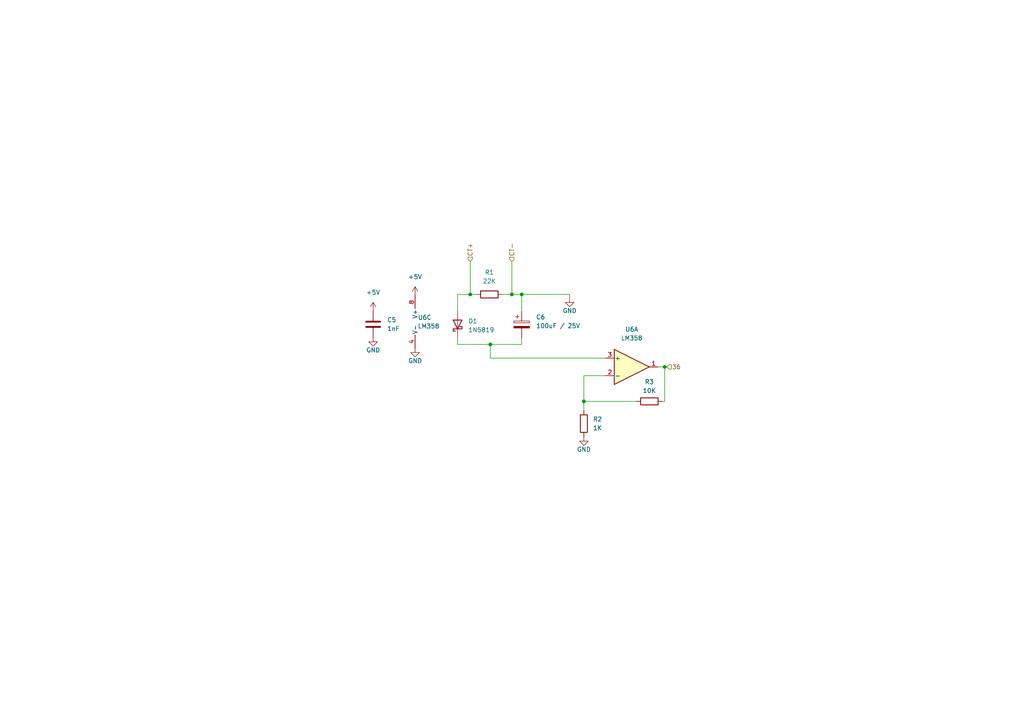
<source format=kicad_sch>
(kicad_sch (version 20211123) (generator eeschema)
  (paper "A4")
  (lib_symbols
    (symbol "Amplifier_Operational:LM358" (pin_names (offset 0.127))
      (property "Reference" "U" (at 0 5.08 0))
      (property "Value" "LM358" (at 0 -5.08 0))
      (symbol "LM358_1_1"
        (polyline (pts (xy -5.08 5.08) (xy 5.08 0) (xy -5.08 -5.08) (xy -5.08 5.08)) (stroke (width 0.254)) (fill (type background)))
        (pin output line (at 7.62 0 180) (length 2.54) (name "~") (number "1"))
        (pin input line (at -7.62 -2.54 0) (length 2.54) (name "-") (number "2"))
        (pin input line (at -7.62 2.54 0) (length 2.54) (name "+") (number "3"))
      )
      (symbol "LM358_2_1"
        (polyline (pts (xy -5.08 5.08) (xy 5.08 0) (xy -5.08 -5.08) (xy -5.08 5.08)) (stroke (width 0.254)) (fill (type background)))
        (pin input line (at -7.62 2.54 0) (length 2.54) (name "+") (number "5"))
        (pin input line (at -7.62 -2.54 0) (length 2.54) (name "-") (number "6"))
        (pin output line (at 7.62 0 180) (length 2.54) (name "~") (number "7"))
      )
      (symbol "LM358_3_1"
        (pin power_in line (at -2.54 -7.62 90) (length 3.81) (name "V-") (number "4"))
        (pin power_in line (at -2.54 7.62 270) (length 3.81) (name "V+") (number "8"))
      )
    )
    (symbol "Device:C" (pin_numbers hide) (pin_names (offset 0.254))
      (property "Reference" "C" (at 0.635 2.54 0))
      (property "Value" "C" (at 0.635 -2.54 0))
      (symbol "C_0_1"
        (polyline (pts (xy -2.032 -0.762) (xy 2.032 -0.762)) (stroke (width 0.508)))
        (polyline (pts (xy -2.032 0.762) (xy 2.032 0.762)) (stroke (width 0.508)))
      )
      (symbol "C_1_1"
        (pin passive line (at 0 3.81 270) (length 2.794) (name "~") (number "1"))
        (pin passive line (at 0 -3.81 90) (length 2.794) (name "~") (number "2"))
      )
    )
    (symbol "Device:C_Polarized" (pin_numbers hide) (pin_names (offset 0.254))
      (property "Reference" "C" (at 0.635 2.54 0))
      (property "Value" "C_Polarized" (at 0.635 -2.54 0))
      (symbol "C_Polarized_0_1"
        (rectangle (start -2.286 0.508) (end 2.286 1.016))
        (polyline (pts (xy -1.778 2.286) (xy -0.762 2.286)))
        (polyline (pts (xy -1.27 2.794) (xy -1.27 1.778)))
        (rectangle (start 2.286 -0.508) (end -2.286 -1.016) (fill (type outline)))
      )
      (symbol "C_Polarized_1_1"
        (pin passive line (at 0 3.81 270) (length 2.794) (name "~") (number "1"))
        (pin passive line (at 0 -3.81 90) (length 2.794) (name "~") (number "2"))
      )
    )
    (symbol "Device:R" (pin_numbers hide) (pin_names (offset 0))
      (property "Reference" "R" (at 2.032 0 90))
      (property "Value" "R" (at 0 0 90))
      (symbol "R_0_1"
        (rectangle (start -1.016 -2.54) (end 1.016 2.54) (stroke (width 0.254)))
      )
      (symbol "R_1_1"
        (pin passive line (at 0 3.81 270) (length 1.27) (name "~") (number "1"))
        (pin passive line (at 0 -3.81 90) (length 1.27) (name "~") (number "2"))
      )
    )
    (symbol "Diode:1N5819" (pin_numbers hide) (pin_names (offset 1.016) hide)
      (property "Reference" "D" (at 0 2.54 0))
      (property "Value" "1N5819" (at 0 -2.54 0))
      (symbol "1N5819_0_1"
        (polyline (pts (xy 1.27 0) (xy -1.27 0)))
        (polyline (pts (xy 1.27 1.27) (xy 1.27 -1.27) (xy -1.27 0) (xy 1.27 1.27)) (stroke (width 0.254)))
        (polyline (pts (xy -1.905 0.635) (xy -1.905 1.27) (xy -1.27 1.27) (xy -1.27 -1.27) (xy -0.635 -1.27) (xy -0.635 -0.635)) (stroke (width 0.254)))
      )
      (symbol "1N5819_1_1"
        (pin passive line (at -3.81 0 0) (length 2.54) (name "K") (number "1"))
        (pin passive line (at 3.81 0 180) (length 2.54) (name "A") (number "2"))
      )
    )
    (symbol "power:+5V" (power) (pin_names (offset 0))
      (property "Value" "+5V" (at 0 3.556 0))
      (symbol "+5V_0_1"
        (polyline (pts (xy -0.762 1.27) (xy 0 2.54)))
        (polyline (pts (xy 0 0) (xy 0 2.54)))
        (polyline (pts (xy 0 2.54) (xy 0.762 1.27)))
      )
      (symbol "+5V_1_1"
        (pin power_in line (at 0 0 90) (length 0) hide (name "+5V") (number "1"))
      )
    )
    (symbol "power:GND" (power) (pin_names (offset 0))
      (property "Value" "GND" (at 0 -3.81 0))
      (symbol "GND_0_1"
        (polyline (pts (xy 0 0) (xy 0 -1.27) (xy 1.27 -1.27) (xy 0 -2.54) (xy -1.27 -1.27) (xy 0 -1.27)))
      )
      (symbol "GND_1_1"
        (pin power_in line (at 0 0 270) (length 0) hide (name "GND") (number "1"))
      )
    )
  )
  (junction (at 148.463 85.3948))
  (junction (at 169.3418 116.4082))
  (junction (at 151.3078 85.3948))
  (junction (at 192.786 106.426))
  (junction (at 142.2146 99.8982))
  (junction (at 136.398 85.3948))
  (wire (pts (xy 151.3078 85.3948) (xy 148.463 85.3948)))
  (wire (pts (xy 151.3078 99.8982) (xy 151.3078 97.9424)))
  (wire (pts (xy 184.531 116.4082) (xy 169.3418 116.4082)))
  (wire (pts (xy 169.3418 116.4082) (xy 169.3418 119.0498)))
  (wire (pts (xy 169.3418 108.966) (xy 169.3418 116.4082)))
  (wire (pts (xy 142.2146 103.886) (xy 142.2146 99.8982)))
  (wire (pts (xy 136.398 85.3948) (xy 138.1252 85.3948)))
  (wire (pts (xy 148.463 75.8698) (xy 148.463 85.3948)))
  (wire (pts (xy 132.715 85.3948) (xy 136.398 85.3948)))
  (wire (pts (xy 132.715 99.8982) (xy 142.2146 99.8982)))
  (wire (pts (xy 165.2016 85.3948) (xy 151.3078 85.3948)))
  (wire (pts (xy 132.715 90.297) (xy 132.715 85.3948)))
  (wire (pts (xy 175.6156 103.886) (xy 142.2146 103.886)))
  (wire (pts (xy 136.398 75.8444) (xy 136.398 85.3948)))
  (wire (pts (xy 165.2016 86.4362) (xy 165.2016 85.3948)))
  (wire (pts (xy 175.6156 108.966) (xy 169.3418 108.966)))
  (wire (pts (xy 190.8556 106.426) (xy 192.786 106.426)))
  (wire (pts (xy 192.786 116.4082) (xy 192.151 116.4082)))
  (wire (pts (xy 148.463 85.3948) (xy 145.7452 85.3948)))
  (wire (pts (xy 192.786 106.426) (xy 192.786 116.4082)))
  (wire (pts (xy 192.786 106.426) (xy 193.421 106.426)))
  (wire (pts (xy 142.2146 99.8982) (xy 151.3078 99.8982)))
  (wire (pts (xy 132.715 97.917) (xy 132.715 99.8982)))
  (wire (pts (xy 151.3078 90.3224) (xy 151.3078 85.3948)))
  (hierarchical_label "36" (shape input) (at 193.421 106.426 0))
  (hierarchical_label "CT-" (shape input) (at 148.463 75.8698 90))
  (hierarchical_label "CT+" (shape input) (at 136.398 75.8444 90))
  (symbol (lib_id "power:+5V") (at 108.2294 90.2462 0) (unit 1)
    (property "Reference" "#PWR0118" (effects hide))
    (property "Value" "+5V" (at 108.2294 84.8106 0))
  )
  (symbol (lib_id "Device:R") (at 141.9352 85.3948 90) (unit 1)
    (property "Reference" "R1" (at 141.9352 79.0194 90))
    (property "Value" "22K" (at 141.9352 81.5594 90))
    (property "Footprint" "Resistor_SMD:R_0805_2012Metric" (effects hide))
  )
  (symbol (lib_id "Device:R") (at 188.341 116.4082 270) (unit 1)
    (property "Reference" "R3" (at 188.341 110.7694 90))
    (property "Value" "10K" (at 188.341 113.3094 90))
    (property "Footprint" "Resistor_SMD:R_0805_2012Metric" (effects hide))
  )
  (symbol (lib_id "Device:C_Polarized") (at 151.3078 94.1324 0) (unit 1)
    (property "Reference" "C6" (at 155.448 91.9733 0) (effects (justify left)))
    (property "Value" "100uF / 25V" (at 155.448 94.5133 0) (effects (justify left)))
    (property "Footprint" "Capacitor_THT:CP_Radial_D6.3mm_P2.50mm" (effects hide))
  )
  (symbol (lib_id "Amplifier_Operational:LM358") (at 183.2356 106.426 0) (unit 1)
    (property "Reference" "U6" (at 183.2356 95.5294 0))
    (property "Value" "LM358" (at 183.2356 98.0694 0))
    (property "Footprint" "Package_SO:SOP-8_3.9x4.9mm_P1.27mm" (effects hide))
    (property "Datasheet" "http://www.ti.com/lit/ds/symlink/lm2904-n.pdf" (effects hide))
  )
  (symbol (lib_id "power:GND") (at 108.2294 97.8662 0) (unit 1)
    (property "Reference" "#PWR0119" (effects hide))
    (property "Value" "GND" (at 106.1974 101.5492 0) (effects (justify left)))
  )
  (symbol (lib_id "Device:R") (at 169.3418 122.8598 180) (unit 1)
    (property "Reference" "R2" (at 171.958 121.5897 0) (effects (justify right)))
    (property "Value" "1K" (at 171.958 124.1297 0) (effects (justify right)))
    (property "Footprint" "Resistor_SMD:R_0805_2012Metric" (effects hide))
  )
  (symbol (lib_id "Amplifier_Operational:LM358") (at 122.936 93.345 0) (unit 3)
    (property "Reference" "U6" (at 121.158 92.0749 0) (effects (justify left)))
    (property "Value" "LM358" (at 121.158 94.6149 0) (effects (justify left)))
    (property "Footprint" "Package_SO:SOP-8_3.9x4.9mm_P1.27mm" (effects hide))
    (property "Datasheet" "http://www.ti.com/lit/ds/symlink/lm2904-n.pdf" (effects hide))
  )
  (symbol (lib_id "Device:C") (at 108.2294 94.0562 0) (unit 1)
    (property "Reference" "C5" (at 112.268 92.7861 0) (effects (justify left)))
    (property "Value" "1nF" (at 112.268 95.3261 0) (effects (justify left)))
    (property "Footprint" "Capacitor_SMD:C_0805_2012Metric" (effects hide))
  )
  (symbol (lib_id "power:+5V") (at 120.396 85.725 0) (unit 1)
    (property "Reference" "#PWR0121" (effects hide))
    (property "Value" "+5V" (at 120.396 80.2894 0))
  )
  (symbol (lib_id "Diode:1N5819") (at 132.715 94.107 90) (unit 1)
    (property "Reference" "D1" (at 135.7884 93.1544 90) (effects (justify right)))
    (property "Value" "1N5819" (at 135.7884 95.6944 90) (effects (justify right)))
    (property "Footprint" "Diode_THT:D_DO-41_SOD81_P10.16mm_Horizontal" (effects hide))
    (property "Datasheet" "http://www.vishay.com/docs/88525/1n5817.pdf" (effects hide))
  )
  (symbol (lib_id "power:GND") (at 169.3418 126.6698 0) (unit 1)
    (property "Reference" "#PWR0122" (effects hide))
    (property "Value" "GND" (at 167.3098 130.3528 0) (effects (justify left)))
  )
  (symbol (lib_id "power:GND") (at 165.2016 86.4362 0) (unit 1)
    (property "Reference" "#PWR0123" (effects hide))
    (property "Value" "GND" (at 163.1696 90.1192 0) (effects (justify left)))
  )
  (symbol (lib_id "power:GND") (at 120.396 100.965 0) (unit 1)
    (property "Reference" "#PWR0120" (effects hide))
    (property "Value" "GND" (at 118.364 104.648 0) (effects (justify left)))
  )
)
</source>
